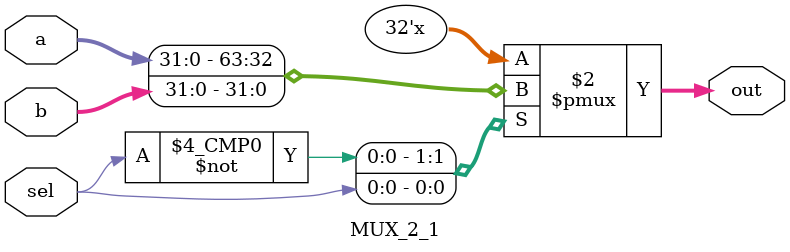
<source format=v>
module MUX_2_1
#(parameter Width = 32)(
input [Width-1:0] a,
input [Width-1:0] b,
input sel,
output reg [Width-1:0] out
);
always @(*)
begin
    case(sel)
        0:out = a;
        1:out = b;
    endcase        
end
endmodule

</source>
